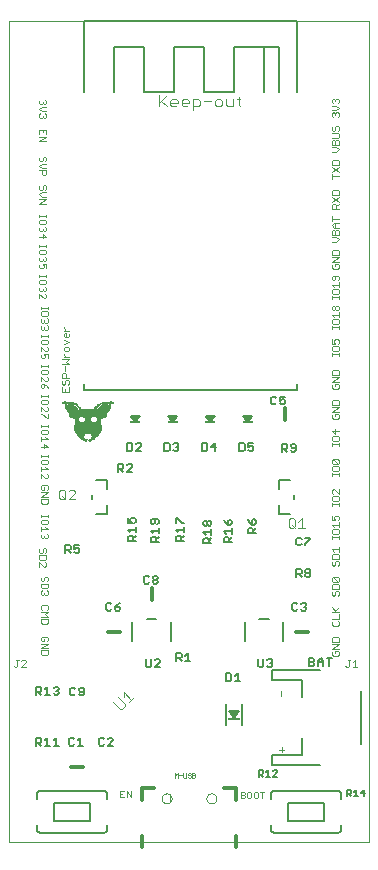
<source format=gto>
G75*
%MOIN*%
%OFA0B0*%
%FSLAX24Y24*%
%IPPOS*%
%LPD*%
%AMOC8*
5,1,8,0,0,1.08239X$1,22.5*
%
%ADD10C,0.0000*%
%ADD11C,0.0020*%
%ADD12C,0.0120*%
%ADD13C,0.0060*%
%ADD14C,0.0080*%
%ADD15R,0.0394X0.0079*%
%ADD16R,0.0350X0.0075*%
%ADD17C,0.0030*%
%ADD18C,0.0050*%
%ADD19C,0.0040*%
%ADD20R,0.0040X0.0010*%
%ADD21R,0.0100X0.0010*%
%ADD22R,0.0120X0.0010*%
%ADD23R,0.0180X0.0010*%
%ADD24R,0.0160X0.0010*%
%ADD25R,0.0200X0.0010*%
%ADD26R,0.0140X0.0010*%
%ADD27R,0.0220X0.0010*%
%ADD28R,0.0240X0.0010*%
%ADD29R,0.0260X0.0010*%
%ADD30R,0.0280X0.0010*%
%ADD31R,0.0320X0.0010*%
%ADD32R,0.0820X0.0010*%
%ADD33R,0.0840X0.0010*%
%ADD34R,0.0860X0.0010*%
%ADD35R,0.0880X0.0010*%
%ADD36R,0.0920X0.0010*%
%ADD37R,0.0900X0.0010*%
%ADD38R,0.0340X0.0010*%
%ADD39R,0.0300X0.0010*%
%ADD40R,0.0360X0.0010*%
%ADD41R,0.1240X0.0010*%
%ADD42R,0.1260X0.0010*%
%ADD43R,0.1280X0.0010*%
%ADD44R,0.1320X0.0010*%
%ADD45R,0.1340X0.0010*%
%ADD46R,0.1360X0.0010*%
%ADD47R,0.1400X0.0010*%
%ADD48R,0.0420X0.0010*%
%ADD49R,0.0500X0.0010*%
%ADD50R,0.0440X0.0010*%
%ADD51R,0.0400X0.0010*%
%ADD52R,0.0520X0.0010*%
%ADD53R,0.0080X0.0010*%
%ADD54R,0.0380X0.0010*%
%ADD55R,0.0060X0.0010*%
%ADD56R,0.0460X0.0010*%
%ADD57C,0.0010*%
D10*
X002071Y000400D02*
X002071Y027770D01*
X014063Y027770D01*
X014063Y000400D01*
X002071Y000400D01*
X007156Y001846D02*
X007158Y001871D01*
X007164Y001896D01*
X007173Y001920D01*
X007186Y001942D01*
X007203Y001962D01*
X007222Y001979D01*
X007243Y001993D01*
X007267Y002003D01*
X007291Y002010D01*
X007317Y002013D01*
X007342Y002012D01*
X007367Y002007D01*
X007391Y001998D01*
X007414Y001986D01*
X007434Y001971D01*
X007452Y001952D01*
X007467Y001931D01*
X007478Y001908D01*
X007486Y001884D01*
X007490Y001859D01*
X007490Y001833D01*
X007486Y001808D01*
X007478Y001784D01*
X007467Y001761D01*
X007452Y001740D01*
X007434Y001721D01*
X007414Y001706D01*
X007391Y001694D01*
X007367Y001685D01*
X007342Y001680D01*
X007317Y001679D01*
X007291Y001682D01*
X007267Y001689D01*
X007243Y001699D01*
X007222Y001713D01*
X007203Y001730D01*
X007186Y001750D01*
X007173Y001772D01*
X007164Y001796D01*
X007158Y001821D01*
X007156Y001846D01*
X007441Y001748D02*
X007441Y001984D01*
X008652Y001846D02*
X008654Y001871D01*
X008660Y001896D01*
X008669Y001920D01*
X008682Y001942D01*
X008699Y001962D01*
X008718Y001979D01*
X008739Y001993D01*
X008763Y002003D01*
X008787Y002010D01*
X008813Y002013D01*
X008838Y002012D01*
X008863Y002007D01*
X008887Y001998D01*
X008910Y001986D01*
X008930Y001971D01*
X008948Y001952D01*
X008963Y001931D01*
X008974Y001908D01*
X008982Y001884D01*
X008986Y001859D01*
X008986Y001833D01*
X008982Y001808D01*
X008974Y001784D01*
X008963Y001761D01*
X008948Y001740D01*
X008930Y001721D01*
X008910Y001706D01*
X008887Y001694D01*
X008863Y001685D01*
X008838Y001680D01*
X008813Y001679D01*
X008787Y001682D01*
X008763Y001689D01*
X008739Y001699D01*
X008718Y001713D01*
X008699Y001730D01*
X008682Y001750D01*
X008669Y001772D01*
X008660Y001796D01*
X008654Y001821D01*
X008652Y001846D01*
D11*
X009800Y001847D02*
X009905Y001847D01*
X009940Y001882D01*
X009940Y001917D01*
X009905Y001952D01*
X009800Y001952D01*
X009905Y001952D02*
X009940Y001988D01*
X009940Y002023D01*
X009905Y002058D01*
X009800Y002058D01*
X009800Y001847D01*
X010011Y001882D02*
X010046Y001847D01*
X010116Y001847D01*
X010151Y001882D01*
X010151Y002023D01*
X010116Y002058D01*
X010046Y002058D01*
X010011Y002023D01*
X010011Y001882D01*
X010223Y001882D02*
X010223Y002023D01*
X010258Y002058D01*
X010328Y002058D01*
X010363Y002023D01*
X010363Y001882D01*
X010328Y001847D01*
X010258Y001847D01*
X010223Y001882D01*
X010435Y002058D02*
X010575Y002058D01*
X010505Y002058D02*
X010505Y001847D01*
X011157Y003398D02*
X011157Y003552D01*
X011081Y003475D02*
X011234Y003475D01*
X011146Y005260D02*
X011146Y005413D01*
X012830Y006648D02*
X012869Y006610D01*
X013022Y006610D01*
X013061Y006648D01*
X013061Y006725D01*
X013022Y006763D01*
X012946Y006763D01*
X012946Y006687D01*
X012869Y006763D02*
X012830Y006725D01*
X012830Y006648D01*
X012830Y006840D02*
X013061Y006994D01*
X012830Y006994D01*
X012830Y007070D02*
X012830Y007185D01*
X012869Y007224D01*
X013022Y007224D01*
X013061Y007185D01*
X013061Y007070D01*
X012830Y007070D01*
X012830Y006840D02*
X013061Y006840D01*
X013022Y007610D02*
X012869Y007610D01*
X012830Y007648D01*
X012830Y007725D01*
X012869Y007763D01*
X012830Y007840D02*
X013061Y007840D01*
X013061Y007994D01*
X013061Y008070D02*
X012830Y008070D01*
X012946Y008109D02*
X013061Y008224D01*
X012984Y008070D02*
X012830Y008224D01*
X012869Y008610D02*
X012907Y008610D01*
X012946Y008648D01*
X012946Y008725D01*
X012984Y008763D01*
X013022Y008763D01*
X013061Y008725D01*
X013061Y008648D01*
X013022Y008610D01*
X012869Y008610D02*
X012830Y008648D01*
X012830Y008725D01*
X012869Y008763D01*
X012830Y008840D02*
X012830Y008955D01*
X012869Y008994D01*
X013022Y008994D01*
X013061Y008955D01*
X013061Y008840D01*
X012830Y008840D01*
X012869Y009070D02*
X012830Y009109D01*
X012830Y009185D01*
X012869Y009224D01*
X013022Y009070D01*
X013061Y009109D01*
X013061Y009185D01*
X013022Y009224D01*
X012869Y009224D01*
X012869Y009070D02*
X013022Y009070D01*
X013022Y009610D02*
X013061Y009648D01*
X013061Y009725D01*
X013022Y009763D01*
X012984Y009763D01*
X012946Y009725D01*
X012946Y009648D01*
X012907Y009610D01*
X012869Y009610D01*
X012830Y009648D01*
X012830Y009725D01*
X012869Y009763D01*
X012830Y009840D02*
X012830Y009955D01*
X012869Y009994D01*
X013022Y009994D01*
X013061Y009955D01*
X013061Y009840D01*
X012830Y009840D01*
X012907Y010070D02*
X012830Y010147D01*
X013061Y010147D01*
X013061Y010070D02*
X013061Y010224D01*
X013061Y010510D02*
X013061Y010587D01*
X013061Y010548D02*
X012830Y010548D01*
X012830Y010510D02*
X012830Y010587D01*
X012869Y010663D02*
X013022Y010663D01*
X013061Y010702D01*
X013061Y010779D01*
X013022Y010817D01*
X012869Y010817D01*
X012830Y010779D01*
X012830Y010702D01*
X012869Y010663D01*
X012907Y010894D02*
X012830Y010970D01*
X013061Y010970D01*
X013061Y010894D02*
X013061Y011047D01*
X013022Y011124D02*
X013061Y011162D01*
X013061Y011239D01*
X013022Y011277D01*
X012946Y011277D01*
X012907Y011239D01*
X012907Y011201D01*
X012946Y011124D01*
X012830Y011124D01*
X012830Y011277D01*
X012830Y011610D02*
X012830Y011687D01*
X012830Y011648D02*
X013061Y011648D01*
X013061Y011610D02*
X013061Y011687D01*
X013022Y011763D02*
X012869Y011763D01*
X012830Y011802D01*
X012830Y011879D01*
X012869Y011917D01*
X013022Y011917D01*
X013061Y011879D01*
X013061Y011802D01*
X013022Y011763D01*
X013061Y011994D02*
X012907Y012147D01*
X012869Y012147D01*
X012830Y012109D01*
X012830Y012032D01*
X012869Y011994D01*
X013061Y011994D02*
X013061Y012147D01*
X013061Y012610D02*
X013061Y012687D01*
X013061Y012648D02*
X012830Y012648D01*
X012830Y012610D02*
X012830Y012687D01*
X012869Y012763D02*
X013022Y012763D01*
X013061Y012802D01*
X013061Y012879D01*
X013022Y012917D01*
X012869Y012917D01*
X012830Y012879D01*
X012830Y012802D01*
X012869Y012763D01*
X012869Y012994D02*
X012830Y013032D01*
X012830Y013109D01*
X012869Y013147D01*
X013022Y012994D01*
X013061Y013032D01*
X013061Y013109D01*
X013022Y013147D01*
X012869Y013147D01*
X012869Y012994D02*
X013022Y012994D01*
X013061Y013610D02*
X013061Y013687D01*
X013061Y013648D02*
X012830Y013648D01*
X012830Y013610D02*
X012830Y013687D01*
X012869Y013763D02*
X013022Y013763D01*
X013061Y013802D01*
X013061Y013879D01*
X013022Y013917D01*
X012869Y013917D01*
X012830Y013879D01*
X012830Y013802D01*
X012869Y013763D01*
X012946Y013994D02*
X012830Y014109D01*
X013061Y014109D01*
X012946Y014147D02*
X012946Y013994D01*
X012869Y014510D02*
X013022Y014510D01*
X013061Y014548D01*
X013061Y014625D01*
X013022Y014663D01*
X012946Y014663D01*
X012946Y014587D01*
X012869Y014663D02*
X012830Y014625D01*
X012830Y014548D01*
X012869Y014510D01*
X012830Y014740D02*
X013061Y014894D01*
X012830Y014894D01*
X012830Y014970D02*
X012830Y015085D01*
X012869Y015124D01*
X013022Y015124D01*
X013061Y015085D01*
X013061Y014970D01*
X012830Y014970D01*
X012830Y014740D02*
X013061Y014740D01*
X013022Y015510D02*
X012869Y015510D01*
X012830Y015548D01*
X012830Y015625D01*
X012869Y015663D01*
X012946Y015663D02*
X012946Y015587D01*
X012946Y015663D02*
X013022Y015663D01*
X013061Y015625D01*
X013061Y015548D01*
X013022Y015510D01*
X013061Y015740D02*
X012830Y015740D01*
X013061Y015894D01*
X012830Y015894D01*
X012830Y015970D02*
X012830Y016085D01*
X012869Y016124D01*
X013022Y016124D01*
X013061Y016085D01*
X013061Y015970D01*
X012830Y015970D01*
X012830Y016610D02*
X012830Y016687D01*
X012830Y016648D02*
X013061Y016648D01*
X013061Y016610D02*
X013061Y016687D01*
X013022Y016763D02*
X012869Y016763D01*
X012830Y016802D01*
X012830Y016879D01*
X012869Y016917D01*
X013022Y016917D01*
X013061Y016879D01*
X013061Y016802D01*
X013022Y016763D01*
X013022Y016994D02*
X013061Y017032D01*
X013061Y017109D01*
X013022Y017147D01*
X012946Y017147D01*
X012907Y017109D01*
X012907Y017070D01*
X012946Y016994D01*
X012830Y016994D01*
X012830Y017147D01*
X012830Y017510D02*
X012830Y017587D01*
X012830Y017548D02*
X013061Y017548D01*
X013061Y017510D02*
X013061Y017587D01*
X013022Y017663D02*
X013061Y017702D01*
X013061Y017779D01*
X013022Y017817D01*
X012869Y017817D01*
X012830Y017779D01*
X012830Y017702D01*
X012869Y017663D01*
X013022Y017663D01*
X013061Y017894D02*
X013061Y018047D01*
X013061Y017970D02*
X012830Y017970D01*
X012907Y017894D01*
X012907Y018124D02*
X012869Y018124D01*
X012830Y018162D01*
X012830Y018239D01*
X012869Y018277D01*
X012907Y018277D01*
X012946Y018239D01*
X012946Y018162D01*
X012907Y018124D01*
X012946Y018162D02*
X012984Y018124D01*
X013022Y018124D01*
X013061Y018162D01*
X013061Y018239D01*
X013022Y018277D01*
X012984Y018277D01*
X012946Y018239D01*
X013061Y018510D02*
X013061Y018587D01*
X013061Y018548D02*
X012830Y018548D01*
X012830Y018510D02*
X012830Y018587D01*
X012869Y018663D02*
X013022Y018663D01*
X013061Y018702D01*
X013061Y018779D01*
X013022Y018817D01*
X012869Y018817D01*
X012830Y018779D01*
X012830Y018702D01*
X012869Y018663D01*
X012907Y018894D02*
X012830Y018970D01*
X013061Y018970D01*
X013061Y018894D02*
X013061Y019047D01*
X013022Y019124D02*
X013061Y019162D01*
X013061Y019239D01*
X013022Y019277D01*
X012869Y019277D01*
X012830Y019239D01*
X012830Y019162D01*
X012869Y019124D01*
X012907Y019124D01*
X012946Y019162D01*
X012946Y019277D01*
X013022Y019510D02*
X013061Y019548D01*
X013061Y019625D01*
X013022Y019663D01*
X012946Y019663D01*
X012946Y019587D01*
X012869Y019510D02*
X013022Y019510D01*
X012869Y019510D02*
X012830Y019548D01*
X012830Y019625D01*
X012869Y019663D01*
X012830Y019740D02*
X013061Y019894D01*
X012830Y019894D01*
X012830Y019970D02*
X012830Y020085D01*
X012869Y020124D01*
X013022Y020124D01*
X013061Y020085D01*
X013061Y019970D01*
X012830Y019970D01*
X012830Y019740D02*
X013061Y019740D01*
X012984Y020410D02*
X012830Y020410D01*
X012830Y020563D02*
X012984Y020563D01*
X013061Y020487D01*
X012984Y020410D01*
X012946Y020640D02*
X012946Y020755D01*
X012984Y020794D01*
X013022Y020794D01*
X013061Y020755D01*
X013061Y020640D01*
X012830Y020640D01*
X012830Y020755D01*
X012869Y020794D01*
X012907Y020794D01*
X012946Y020755D01*
X012946Y020870D02*
X012946Y021024D01*
X012907Y021024D02*
X013061Y021024D01*
X013061Y021177D02*
X012830Y021177D01*
X012830Y021101D02*
X012830Y021254D01*
X012907Y021024D02*
X012830Y020947D01*
X012907Y020870D01*
X013061Y020870D01*
X013061Y021510D02*
X012830Y021510D01*
X012830Y021625D01*
X012869Y021663D01*
X012946Y021663D01*
X012984Y021625D01*
X012984Y021510D01*
X012984Y021587D02*
X013061Y021663D01*
X013061Y021740D02*
X012830Y021894D01*
X012830Y021970D02*
X012830Y022085D01*
X012869Y022124D01*
X013022Y022124D01*
X013061Y022085D01*
X013061Y021970D01*
X012830Y021970D01*
X012830Y021740D02*
X013061Y021894D01*
X012830Y022510D02*
X012830Y022663D01*
X012830Y022587D02*
X013061Y022587D01*
X013061Y022740D02*
X012830Y022894D01*
X012830Y022970D02*
X012830Y023085D01*
X012869Y023124D01*
X013022Y023124D01*
X013061Y023085D01*
X013061Y022970D01*
X012830Y022970D01*
X012830Y022740D02*
X013061Y022894D01*
X012984Y023410D02*
X012830Y023410D01*
X012830Y023563D02*
X012984Y023563D01*
X013061Y023487D01*
X012984Y023410D01*
X012946Y023640D02*
X012946Y023755D01*
X012984Y023794D01*
X013022Y023794D01*
X013061Y023755D01*
X013061Y023640D01*
X012830Y023640D01*
X012830Y023755D01*
X012869Y023794D01*
X012907Y023794D01*
X012946Y023755D01*
X013022Y023870D02*
X013061Y023909D01*
X013061Y023985D01*
X013022Y024024D01*
X012830Y024024D01*
X012869Y024101D02*
X012907Y024101D01*
X012946Y024139D01*
X012946Y024216D01*
X012984Y024254D01*
X013022Y024254D01*
X013061Y024216D01*
X013061Y024139D01*
X013022Y024101D01*
X012869Y024101D02*
X012830Y024139D01*
X012830Y024216D01*
X012869Y024254D01*
X012830Y023870D02*
X013022Y023870D01*
X013022Y024560D02*
X013061Y024598D01*
X013061Y024675D01*
X013022Y024713D01*
X012984Y024713D01*
X012946Y024675D01*
X012946Y024637D01*
X012946Y024675D02*
X012907Y024713D01*
X012869Y024713D01*
X012830Y024675D01*
X012830Y024598D01*
X012869Y024560D01*
X012830Y024790D02*
X012984Y024790D01*
X013061Y024867D01*
X012984Y024944D01*
X012830Y024944D01*
X012869Y025020D02*
X012830Y025059D01*
X012830Y025135D01*
X012869Y025174D01*
X012907Y025174D01*
X012946Y025135D01*
X012984Y025174D01*
X013022Y025174D01*
X013061Y025135D01*
X013061Y025059D01*
X013022Y025020D01*
X012946Y025097D02*
X012946Y025135D01*
X004061Y017443D02*
X003907Y017443D01*
X003984Y017443D02*
X003907Y017520D01*
X003907Y017558D01*
X003946Y017367D02*
X003984Y017367D01*
X003984Y017213D01*
X004022Y017213D02*
X003946Y017213D01*
X003907Y017252D01*
X003907Y017328D01*
X003946Y017367D01*
X004061Y017328D02*
X004061Y017252D01*
X004022Y017213D01*
X003907Y017136D02*
X004061Y017060D01*
X003907Y016983D01*
X003946Y016906D02*
X003907Y016868D01*
X003907Y016791D01*
X003946Y016753D01*
X004022Y016753D01*
X004061Y016791D01*
X004061Y016868D01*
X004022Y016906D01*
X003946Y016906D01*
X003907Y016676D02*
X003907Y016638D01*
X003984Y016561D01*
X004061Y016561D02*
X003907Y016561D01*
X003830Y016484D02*
X004061Y016484D01*
X003984Y016408D01*
X004061Y016331D01*
X003830Y016331D01*
X003946Y016254D02*
X003946Y016101D01*
X003946Y016024D02*
X003984Y015985D01*
X003984Y015870D01*
X003984Y015794D02*
X004022Y015794D01*
X004061Y015755D01*
X004061Y015679D01*
X004022Y015640D01*
X003946Y015679D02*
X003946Y015755D01*
X003984Y015794D01*
X004061Y015870D02*
X003830Y015870D01*
X003830Y015985D01*
X003869Y016024D01*
X003946Y016024D01*
X003869Y015794D02*
X003830Y015755D01*
X003830Y015679D01*
X003869Y015640D01*
X003907Y015640D01*
X003946Y015679D01*
X004061Y015563D02*
X004061Y015410D01*
X003830Y015410D01*
X003830Y015563D01*
X003946Y015487D02*
X003946Y015410D01*
X003361Y015523D02*
X003322Y015599D01*
X003246Y015676D01*
X003246Y015561D01*
X003207Y015523D01*
X003169Y015523D01*
X003131Y015561D01*
X003131Y015638D01*
X003169Y015676D01*
X003246Y015676D01*
X003284Y015753D02*
X003322Y015753D01*
X003361Y015791D01*
X003361Y015868D01*
X003322Y015906D01*
X003322Y015983D02*
X003361Y016021D01*
X003361Y016098D01*
X003322Y016137D01*
X003169Y016137D01*
X003131Y016098D01*
X003131Y016021D01*
X003169Y015983D01*
X003322Y015983D01*
X003131Y015906D02*
X003131Y015753D01*
X003131Y015906D02*
X003284Y015753D01*
X003361Y016213D02*
X003361Y016290D01*
X003361Y016252D02*
X003131Y016252D01*
X003131Y016290D02*
X003131Y016213D01*
X003169Y016523D02*
X003131Y016561D01*
X003131Y016638D01*
X003169Y016676D01*
X003246Y016676D02*
X003284Y016599D01*
X003284Y016561D01*
X003246Y016523D01*
X003169Y016523D01*
X003246Y016676D02*
X003361Y016676D01*
X003361Y016523D01*
X003322Y016753D02*
X003361Y016791D01*
X003361Y016868D01*
X003322Y016906D01*
X003322Y016983D02*
X003361Y017021D01*
X003361Y017098D01*
X003322Y017137D01*
X003169Y017137D01*
X003131Y017098D01*
X003131Y017021D01*
X003169Y016983D01*
X003322Y016983D01*
X003131Y016906D02*
X003284Y016753D01*
X003322Y016753D01*
X003131Y016753D02*
X003131Y016906D01*
X003131Y017213D02*
X003131Y017290D01*
X003131Y017252D02*
X003361Y017252D01*
X003361Y017290D02*
X003361Y017213D01*
X003322Y017473D02*
X003284Y017473D01*
X003246Y017511D01*
X003207Y017473D01*
X003169Y017473D01*
X003131Y017511D01*
X003131Y017588D01*
X003169Y017626D01*
X003169Y017703D02*
X003131Y017741D01*
X003131Y017818D01*
X003169Y017856D01*
X003169Y017933D02*
X003322Y017933D01*
X003361Y017971D01*
X003361Y018048D01*
X003322Y018087D01*
X003169Y018087D01*
X003131Y018048D01*
X003131Y017971D01*
X003169Y017933D01*
X003246Y017780D02*
X003246Y017741D01*
X003207Y017703D01*
X003169Y017703D01*
X003246Y017741D02*
X003284Y017703D01*
X003322Y017703D01*
X003361Y017741D01*
X003361Y017818D01*
X003322Y017856D01*
X003322Y017626D02*
X003361Y017588D01*
X003361Y017511D01*
X003322Y017473D01*
X003246Y017511D02*
X003246Y017549D01*
X003361Y018163D02*
X003361Y018240D01*
X003361Y018202D02*
X003131Y018202D01*
X003131Y018240D02*
X003131Y018163D01*
X003081Y018523D02*
X003081Y018676D01*
X003234Y018523D01*
X003272Y018523D01*
X003311Y018561D01*
X003311Y018638D01*
X003272Y018676D01*
X003272Y018753D02*
X003234Y018753D01*
X003196Y018791D01*
X003157Y018753D01*
X003119Y018753D01*
X003081Y018791D01*
X003081Y018868D01*
X003119Y018906D01*
X003119Y018983D02*
X003272Y018983D01*
X003311Y019021D01*
X003311Y019098D01*
X003272Y019137D01*
X003119Y019137D01*
X003081Y019098D01*
X003081Y019021D01*
X003119Y018983D01*
X003196Y018830D02*
X003196Y018791D01*
X003272Y018753D02*
X003311Y018791D01*
X003311Y018868D01*
X003272Y018906D01*
X003311Y019213D02*
X003311Y019290D01*
X003311Y019252D02*
X003081Y019252D01*
X003081Y019290D02*
X003081Y019213D01*
X003119Y019523D02*
X003081Y019561D01*
X003081Y019638D01*
X003119Y019676D01*
X003196Y019676D02*
X003234Y019599D01*
X003234Y019561D01*
X003196Y019523D01*
X003119Y019523D01*
X003196Y019676D02*
X003311Y019676D01*
X003311Y019523D01*
X003272Y019753D02*
X003234Y019753D01*
X003196Y019791D01*
X003157Y019753D01*
X003119Y019753D01*
X003081Y019791D01*
X003081Y019868D01*
X003119Y019906D01*
X003119Y019983D02*
X003272Y019983D01*
X003311Y020021D01*
X003311Y020098D01*
X003272Y020137D01*
X003119Y020137D01*
X003081Y020098D01*
X003081Y020021D01*
X003119Y019983D01*
X003196Y019830D02*
X003196Y019791D01*
X003272Y019753D02*
X003311Y019791D01*
X003311Y019868D01*
X003272Y019906D01*
X003311Y020213D02*
X003311Y020290D01*
X003311Y020252D02*
X003081Y020252D01*
X003081Y020290D02*
X003081Y020213D01*
X003196Y020523D02*
X003196Y020676D01*
X003311Y020561D01*
X003081Y020561D01*
X003119Y020753D02*
X003081Y020791D01*
X003081Y020868D01*
X003119Y020906D01*
X003119Y020983D02*
X003272Y020983D01*
X003311Y021021D01*
X003311Y021098D01*
X003272Y021137D01*
X003119Y021137D01*
X003081Y021098D01*
X003081Y021021D01*
X003119Y020983D01*
X003196Y020830D02*
X003196Y020791D01*
X003157Y020753D01*
X003119Y020753D01*
X003196Y020791D02*
X003234Y020753D01*
X003272Y020753D01*
X003311Y020791D01*
X003311Y020868D01*
X003272Y020906D01*
X003311Y021213D02*
X003311Y021290D01*
X003311Y021252D02*
X003081Y021252D01*
X003081Y021290D02*
X003081Y021213D01*
X003081Y021676D02*
X003311Y021676D01*
X003311Y021830D02*
X003081Y021830D01*
X003157Y021906D02*
X003311Y021906D01*
X003311Y021830D02*
X003081Y021676D01*
X003157Y021906D02*
X003081Y021983D01*
X003157Y022060D01*
X003311Y022060D01*
X003272Y022137D02*
X003311Y022175D01*
X003311Y022252D01*
X003272Y022290D01*
X003234Y022290D01*
X003196Y022252D01*
X003196Y022175D01*
X003157Y022137D01*
X003119Y022137D01*
X003081Y022175D01*
X003081Y022252D01*
X003119Y022290D01*
X003196Y022626D02*
X003157Y022665D01*
X003157Y022780D01*
X003157Y022856D02*
X003311Y022856D01*
X003311Y022780D02*
X003311Y022665D01*
X003272Y022626D01*
X003196Y022626D01*
X003081Y022780D02*
X003311Y022780D01*
X003157Y022856D02*
X003081Y022933D01*
X003157Y023010D01*
X003311Y023010D01*
X003272Y023087D02*
X003311Y023125D01*
X003311Y023202D01*
X003272Y023240D01*
X003234Y023240D01*
X003196Y023202D01*
X003196Y023125D01*
X003157Y023087D01*
X003119Y023087D01*
X003081Y023125D01*
X003081Y023202D01*
X003119Y023240D01*
X003081Y023756D02*
X003311Y023756D01*
X003311Y023910D02*
X003081Y023756D01*
X003081Y023910D02*
X003311Y023910D01*
X003311Y023987D02*
X003311Y024140D01*
X003081Y024140D01*
X003081Y023987D01*
X003196Y024063D02*
X003196Y024140D01*
X003234Y024526D02*
X003196Y024565D01*
X003157Y024526D01*
X003119Y024526D01*
X003081Y024565D01*
X003081Y024641D01*
X003119Y024680D01*
X003157Y024756D02*
X003311Y024756D01*
X003272Y024680D02*
X003311Y024641D01*
X003311Y024565D01*
X003272Y024526D01*
X003234Y024526D01*
X003196Y024565D02*
X003196Y024603D01*
X003157Y024756D02*
X003081Y024833D01*
X003157Y024910D01*
X003311Y024910D01*
X003272Y024987D02*
X003234Y024987D01*
X003196Y025025D01*
X003157Y024987D01*
X003119Y024987D01*
X003081Y025025D01*
X003081Y025102D01*
X003119Y025140D01*
X003196Y025063D02*
X003196Y025025D01*
X003272Y024987D02*
X003311Y025025D01*
X003311Y025102D01*
X003272Y025140D01*
X003361Y015290D02*
X003361Y015213D01*
X003361Y015252D02*
X003131Y015252D01*
X003131Y015290D02*
X003131Y015213D01*
X003169Y015137D02*
X003131Y015098D01*
X003131Y015021D01*
X003169Y014983D01*
X003322Y014983D01*
X003361Y015021D01*
X003361Y015098D01*
X003322Y015137D01*
X003169Y015137D01*
X003131Y014906D02*
X003284Y014753D01*
X003322Y014753D01*
X003361Y014791D01*
X003361Y014868D01*
X003322Y014906D01*
X003131Y014906D02*
X003131Y014753D01*
X003131Y014676D02*
X003169Y014676D01*
X003322Y014523D01*
X003361Y014523D01*
X003361Y014676D01*
X003361Y014290D02*
X003361Y014213D01*
X003361Y014252D02*
X003131Y014252D01*
X003131Y014290D02*
X003131Y014213D01*
X003169Y014137D02*
X003131Y014098D01*
X003131Y014021D01*
X003169Y013983D01*
X003322Y013983D01*
X003361Y014021D01*
X003361Y014098D01*
X003322Y014137D01*
X003169Y014137D01*
X003131Y013906D02*
X003131Y013753D01*
X003131Y013830D02*
X003361Y013830D01*
X003284Y013906D01*
X003246Y013676D02*
X003246Y013523D01*
X003361Y013561D02*
X003246Y013676D01*
X003131Y013561D02*
X003361Y013561D01*
X003361Y013290D02*
X003361Y013213D01*
X003361Y013252D02*
X003131Y013252D01*
X003131Y013290D02*
X003131Y013213D01*
X003169Y013137D02*
X003131Y013098D01*
X003131Y013021D01*
X003169Y012983D01*
X003322Y012983D01*
X003361Y013021D01*
X003361Y013098D01*
X003322Y013137D01*
X003169Y013137D01*
X003131Y012906D02*
X003131Y012753D01*
X003131Y012830D02*
X003361Y012830D01*
X003284Y012906D01*
X003322Y012676D02*
X003361Y012638D01*
X003361Y012561D01*
X003322Y012523D01*
X003284Y012523D01*
X003131Y012676D01*
X003131Y012523D01*
X003169Y012290D02*
X003131Y012252D01*
X003131Y012175D01*
X003169Y012137D01*
X003246Y012137D01*
X003246Y012213D01*
X003322Y012137D02*
X003361Y012175D01*
X003361Y012252D01*
X003322Y012290D01*
X003169Y012290D01*
X003131Y012060D02*
X003361Y012060D01*
X003131Y011906D01*
X003361Y011906D01*
X003361Y011830D02*
X003361Y011715D01*
X003322Y011676D01*
X003169Y011676D01*
X003131Y011715D01*
X003131Y011830D01*
X003361Y011830D01*
X003361Y011290D02*
X003361Y011213D01*
X003361Y011252D02*
X003131Y011252D01*
X003131Y011290D02*
X003131Y011213D01*
X003169Y011137D02*
X003131Y011098D01*
X003131Y011021D01*
X003169Y010983D01*
X003322Y010983D01*
X003361Y011021D01*
X003361Y011098D01*
X003322Y011137D01*
X003169Y011137D01*
X003131Y010906D02*
X003131Y010753D01*
X003131Y010830D02*
X003361Y010830D01*
X003284Y010906D01*
X003322Y010676D02*
X003361Y010638D01*
X003361Y010561D01*
X003322Y010523D01*
X003284Y010523D01*
X003246Y010561D01*
X003207Y010523D01*
X003169Y010523D01*
X003131Y010561D01*
X003131Y010638D01*
X003169Y010676D01*
X003246Y010599D02*
X003246Y010561D01*
X003234Y010190D02*
X003196Y010152D01*
X003196Y010075D01*
X003157Y010037D01*
X003119Y010037D01*
X003081Y010075D01*
X003081Y010152D01*
X003119Y010190D01*
X003234Y010190D02*
X003272Y010190D01*
X003311Y010152D01*
X003311Y010075D01*
X003272Y010037D01*
X003311Y009960D02*
X003311Y009845D01*
X003272Y009806D01*
X003119Y009806D01*
X003081Y009845D01*
X003081Y009960D01*
X003311Y009960D01*
X003272Y009730D02*
X003311Y009691D01*
X003311Y009615D01*
X003272Y009576D01*
X003234Y009576D01*
X003081Y009730D01*
X003081Y009576D01*
X003169Y009240D02*
X003131Y009202D01*
X003131Y009125D01*
X003169Y009087D01*
X003207Y009087D01*
X003246Y009125D01*
X003246Y009202D01*
X003284Y009240D01*
X003322Y009240D01*
X003361Y009202D01*
X003361Y009125D01*
X003322Y009087D01*
X003361Y009010D02*
X003361Y008895D01*
X003322Y008856D01*
X003169Y008856D01*
X003131Y008895D01*
X003131Y009010D01*
X003361Y009010D01*
X003322Y008780D02*
X003361Y008741D01*
X003361Y008665D01*
X003322Y008626D01*
X003284Y008626D01*
X003246Y008665D01*
X003207Y008626D01*
X003169Y008626D01*
X003131Y008665D01*
X003131Y008741D01*
X003169Y008780D01*
X003246Y008703D02*
X003246Y008665D01*
X003322Y008290D02*
X003169Y008290D01*
X003131Y008252D01*
X003131Y008175D01*
X003169Y008137D01*
X003131Y008060D02*
X003361Y008060D01*
X003284Y007983D01*
X003361Y007906D01*
X003131Y007906D01*
X003131Y007830D02*
X003131Y007715D01*
X003169Y007676D01*
X003322Y007676D01*
X003361Y007715D01*
X003361Y007830D01*
X003131Y007830D01*
X003322Y008137D02*
X003361Y008175D01*
X003361Y008252D01*
X003322Y008290D01*
X003322Y007240D02*
X003169Y007240D01*
X003131Y007202D01*
X003131Y007125D01*
X003169Y007087D01*
X003246Y007087D01*
X003246Y007163D01*
X003322Y007087D02*
X003361Y007125D01*
X003361Y007202D01*
X003322Y007240D01*
X003361Y007010D02*
X003131Y006856D01*
X003361Y006856D01*
X003361Y006780D02*
X003361Y006665D01*
X003322Y006626D01*
X003169Y006626D01*
X003131Y006665D01*
X003131Y006780D01*
X003361Y006780D01*
X003361Y007010D02*
X003131Y007010D01*
X005770Y002103D02*
X005770Y001883D01*
X005917Y001883D01*
X005991Y001883D02*
X005991Y002103D01*
X006138Y001883D01*
X006138Y002103D01*
X005917Y002103D02*
X005770Y002103D01*
X005770Y001993D02*
X005843Y001993D01*
X013022Y007610D02*
X013061Y007648D01*
X013061Y007725D01*
X013022Y007763D01*
D12*
X012021Y007400D02*
X011621Y007400D01*
X009645Y002181D02*
X009252Y002181D01*
X009645Y002181D02*
X009645Y001787D01*
X009645Y000606D02*
X009645Y000213D01*
X006890Y002181D02*
X006496Y002181D01*
X006499Y002174D02*
X006499Y001787D01*
X006496Y001787D01*
X006496Y000606D02*
X006496Y000213D01*
X004521Y002900D02*
X004121Y002900D01*
X005371Y007400D02*
X005771Y007400D01*
X006821Y008450D02*
X006821Y008850D01*
X011271Y014450D02*
X011271Y014850D01*
D13*
X011225Y014980D02*
X011139Y014980D01*
X011095Y015023D01*
X011095Y015110D02*
X011182Y015153D01*
X011225Y015153D01*
X011269Y015110D01*
X011269Y015023D01*
X011225Y014980D01*
X011095Y015110D02*
X011095Y015240D01*
X011269Y015240D01*
X010974Y015197D02*
X010931Y015240D01*
X010844Y015240D01*
X010801Y015197D01*
X010801Y015023D01*
X010844Y014980D01*
X010931Y014980D01*
X010974Y015023D01*
X010171Y014600D02*
X009871Y014600D01*
X010021Y014400D01*
X010171Y014600D01*
X010138Y014557D02*
X009903Y014557D01*
X009947Y014499D02*
X010095Y014499D01*
X010051Y014440D02*
X009991Y014440D01*
X010045Y013690D02*
X010045Y013560D01*
X010132Y013603D01*
X010175Y013603D01*
X010219Y013560D01*
X010219Y013473D01*
X010175Y013430D01*
X010089Y013430D01*
X010045Y013473D01*
X009924Y013473D02*
X009924Y013647D01*
X009881Y013690D01*
X009751Y013690D01*
X009751Y013430D01*
X009881Y013430D01*
X009924Y013473D01*
X010045Y013690D02*
X010219Y013690D01*
X011161Y013670D02*
X011161Y013410D01*
X011161Y013497D02*
X011291Y013497D01*
X011335Y013540D01*
X011335Y013627D01*
X011291Y013670D01*
X011161Y013670D01*
X011248Y013497D02*
X011335Y013410D01*
X011456Y013453D02*
X011499Y013410D01*
X011586Y013410D01*
X011629Y013453D01*
X011629Y013627D01*
X011586Y013670D01*
X011499Y013670D01*
X011456Y013627D01*
X011456Y013583D01*
X011499Y013540D01*
X011629Y013540D01*
X010247Y011148D02*
X010204Y011148D01*
X010160Y011105D01*
X010160Y010975D01*
X010247Y010975D01*
X010291Y011018D01*
X010291Y011105D01*
X010247Y011148D01*
X010074Y011061D02*
X010160Y010975D01*
X010160Y010853D02*
X010204Y010810D01*
X010204Y010680D01*
X010291Y010680D02*
X010030Y010680D01*
X010030Y010810D01*
X010074Y010853D01*
X010160Y010853D01*
X010204Y010767D02*
X010291Y010853D01*
X010074Y011061D02*
X010030Y011148D01*
X009491Y011099D02*
X009447Y011143D01*
X009404Y011143D01*
X009360Y011099D01*
X009360Y010969D01*
X009447Y010969D01*
X009491Y011013D01*
X009491Y011099D01*
X009360Y010969D02*
X009274Y011056D01*
X009230Y011143D01*
X009230Y010761D02*
X009491Y010761D01*
X009491Y010675D02*
X009491Y010848D01*
X009317Y010675D02*
X009230Y010761D01*
X009274Y010553D02*
X009360Y010553D01*
X009404Y010510D01*
X009404Y010380D01*
X009491Y010380D02*
X009230Y010380D01*
X009230Y010510D01*
X009274Y010553D01*
X009404Y010467D02*
X009491Y010553D01*
X008811Y010520D02*
X008724Y010433D01*
X008724Y010476D02*
X008724Y010346D01*
X008811Y010346D02*
X008550Y010346D01*
X008550Y010476D01*
X008594Y010520D01*
X008680Y010520D01*
X008724Y010476D01*
X008811Y010641D02*
X008811Y010814D01*
X008811Y010727D02*
X008550Y010727D01*
X008637Y010641D01*
X008637Y010935D02*
X008594Y010935D01*
X008550Y010979D01*
X008550Y011065D01*
X008594Y011109D01*
X008637Y011109D01*
X008680Y011065D01*
X008680Y010979D01*
X008637Y010935D01*
X008680Y010979D02*
X008724Y010935D01*
X008767Y010935D01*
X008811Y010979D01*
X008811Y011065D01*
X008767Y011109D01*
X008724Y011109D01*
X008680Y011065D01*
X007891Y011019D02*
X007847Y011019D01*
X007674Y011193D01*
X007630Y011193D01*
X007630Y011019D01*
X007630Y010811D02*
X007891Y010811D01*
X007891Y010725D02*
X007891Y010898D01*
X007717Y010725D02*
X007630Y010811D01*
X007674Y010603D02*
X007760Y010603D01*
X007804Y010560D01*
X007804Y010430D01*
X007891Y010430D02*
X007630Y010430D01*
X007630Y010560D01*
X007674Y010603D01*
X007804Y010517D02*
X007891Y010603D01*
X007061Y010570D02*
X006974Y010483D01*
X006974Y010526D02*
X006974Y010396D01*
X007061Y010396D02*
X006800Y010396D01*
X006800Y010526D01*
X006844Y010570D01*
X006930Y010570D01*
X006974Y010526D01*
X007061Y010691D02*
X007061Y010864D01*
X007061Y010777D02*
X006800Y010777D01*
X006887Y010691D01*
X006887Y010985D02*
X006930Y011029D01*
X006930Y011159D01*
X006844Y011159D02*
X006800Y011115D01*
X006800Y011029D01*
X006844Y010985D01*
X006887Y010985D01*
X007017Y010985D02*
X007061Y011029D01*
X007061Y011115D01*
X007017Y011159D01*
X006844Y011159D01*
X006291Y011149D02*
X006291Y011063D01*
X006247Y011019D01*
X006160Y011019D02*
X006117Y011106D01*
X006117Y011149D01*
X006160Y011193D01*
X006247Y011193D01*
X006291Y011149D01*
X006160Y011019D02*
X006030Y011019D01*
X006030Y011193D01*
X006291Y010898D02*
X006291Y010725D01*
X006291Y010811D02*
X006030Y010811D01*
X006117Y010725D01*
X006074Y010603D02*
X006160Y010603D01*
X006204Y010560D01*
X006204Y010430D01*
X006291Y010430D02*
X006030Y010430D01*
X006030Y010560D01*
X006074Y010603D01*
X006204Y010517D02*
X006291Y010603D01*
X006605Y009270D02*
X006561Y009227D01*
X006561Y009053D01*
X006605Y009010D01*
X006691Y009010D01*
X006735Y009053D01*
X006856Y009053D02*
X006856Y009097D01*
X006899Y009140D01*
X006986Y009140D01*
X007029Y009097D01*
X007029Y009053D01*
X006986Y009010D01*
X006899Y009010D01*
X006856Y009053D01*
X006899Y009140D02*
X006856Y009183D01*
X006856Y009227D01*
X006899Y009270D01*
X006986Y009270D01*
X007029Y009227D01*
X007029Y009183D01*
X006986Y009140D01*
X006735Y009227D02*
X006691Y009270D01*
X006605Y009270D01*
X005779Y008370D02*
X005693Y008327D01*
X005606Y008240D01*
X005736Y008240D01*
X005779Y008197D01*
X005779Y008153D01*
X005736Y008110D01*
X005649Y008110D01*
X005606Y008153D01*
X005606Y008240D01*
X005485Y008153D02*
X005441Y008110D01*
X005355Y008110D01*
X005311Y008153D01*
X005311Y008327D01*
X005355Y008370D01*
X005441Y008370D01*
X005485Y008327D01*
X004375Y010030D02*
X004289Y010030D01*
X004245Y010073D01*
X004245Y010160D02*
X004332Y010203D01*
X004375Y010203D01*
X004419Y010160D01*
X004419Y010073D01*
X004375Y010030D01*
X004245Y010160D02*
X004245Y010290D01*
X004419Y010290D01*
X004124Y010247D02*
X004124Y010160D01*
X004081Y010117D01*
X003951Y010117D01*
X004037Y010117D02*
X004124Y010030D01*
X003951Y010030D02*
X003951Y010290D01*
X004081Y010290D01*
X004124Y010247D01*
X005701Y012730D02*
X005701Y012990D01*
X005831Y012990D01*
X005874Y012947D01*
X005874Y012860D01*
X005831Y012817D01*
X005701Y012817D01*
X005787Y012817D02*
X005874Y012730D01*
X005995Y012730D02*
X006169Y012903D01*
X006169Y012947D01*
X006125Y012990D01*
X006039Y012990D01*
X005995Y012947D01*
X005995Y012730D02*
X006169Y012730D01*
X006131Y013430D02*
X006174Y013473D01*
X006174Y013647D01*
X006131Y013690D01*
X006001Y013690D01*
X006001Y013430D01*
X006131Y013430D01*
X006295Y013430D02*
X006469Y013603D01*
X006469Y013647D01*
X006425Y013690D01*
X006339Y013690D01*
X006295Y013647D01*
X006295Y013430D02*
X006469Y013430D01*
X006271Y014400D02*
X006121Y014600D01*
X006421Y014600D01*
X006271Y014400D01*
X006241Y014440D02*
X006301Y014440D01*
X006345Y014499D02*
X006197Y014499D01*
X006153Y014557D02*
X006388Y014557D01*
X007251Y013690D02*
X007251Y013430D01*
X007381Y013430D01*
X007424Y013473D01*
X007424Y013647D01*
X007381Y013690D01*
X007251Y013690D01*
X007545Y013647D02*
X007589Y013690D01*
X007675Y013690D01*
X007719Y013647D01*
X007719Y013603D01*
X007675Y013560D01*
X007719Y013517D01*
X007719Y013473D01*
X007675Y013430D01*
X007589Y013430D01*
X007545Y013473D01*
X007632Y013560D02*
X007675Y013560D01*
X007521Y014400D02*
X007371Y014600D01*
X007671Y014600D01*
X007521Y014400D01*
X007491Y014440D02*
X007551Y014440D01*
X007595Y014499D02*
X007447Y014499D01*
X007403Y014557D02*
X007638Y014557D01*
X008501Y013690D02*
X008501Y013430D01*
X008631Y013430D01*
X008674Y013473D01*
X008674Y013647D01*
X008631Y013690D01*
X008501Y013690D01*
X008795Y013560D02*
X008969Y013560D01*
X008925Y013430D02*
X008925Y013690D01*
X008795Y013560D01*
X008771Y014400D02*
X008621Y014600D01*
X008921Y014600D01*
X008771Y014400D01*
X008741Y014440D02*
X008801Y014440D01*
X008845Y014499D02*
X008697Y014499D01*
X008653Y014557D02*
X008888Y014557D01*
X011694Y010540D02*
X011651Y010497D01*
X011651Y010323D01*
X011694Y010280D01*
X011781Y010280D01*
X011824Y010323D01*
X011945Y010323D02*
X011945Y010280D01*
X011945Y010323D02*
X012119Y010497D01*
X012119Y010540D01*
X011945Y010540D01*
X011824Y010497D02*
X011781Y010540D01*
X011694Y010540D01*
X011651Y009490D02*
X011781Y009490D01*
X011824Y009447D01*
X011824Y009360D01*
X011781Y009317D01*
X011651Y009317D01*
X011737Y009317D02*
X011824Y009230D01*
X011945Y009273D02*
X011945Y009317D01*
X011989Y009360D01*
X012075Y009360D01*
X012119Y009317D01*
X012119Y009273D01*
X012075Y009230D01*
X011989Y009230D01*
X011945Y009273D01*
X011989Y009360D02*
X011945Y009403D01*
X011945Y009447D01*
X011989Y009490D01*
X012075Y009490D01*
X012119Y009447D01*
X012119Y009403D01*
X012075Y009360D01*
X011651Y009230D02*
X011651Y009490D01*
X011641Y008370D02*
X011555Y008370D01*
X011511Y008327D01*
X011511Y008153D01*
X011555Y008110D01*
X011641Y008110D01*
X011685Y008153D01*
X011806Y008153D02*
X011849Y008110D01*
X011936Y008110D01*
X011979Y008153D01*
X011979Y008197D01*
X011936Y008240D01*
X011893Y008240D01*
X011936Y008240D02*
X011979Y008283D01*
X011979Y008327D01*
X011936Y008370D01*
X011849Y008370D01*
X011806Y008327D01*
X011685Y008327D02*
X011641Y008370D01*
X012076Y006515D02*
X012206Y006515D01*
X012249Y006472D01*
X012249Y006428D01*
X012206Y006385D01*
X012076Y006385D01*
X012206Y006385D02*
X012249Y006342D01*
X012249Y006298D01*
X012206Y006255D01*
X012076Y006255D01*
X012076Y006515D01*
X012370Y006428D02*
X012370Y006255D01*
X012370Y006385D02*
X012544Y006385D01*
X012544Y006428D02*
X012544Y006255D01*
X012544Y006428D02*
X012457Y006515D01*
X012370Y006428D01*
X012665Y006515D02*
X012838Y006515D01*
X012752Y006515D02*
X012752Y006255D01*
X010847Y006273D02*
X010804Y006230D01*
X010717Y006230D01*
X010674Y006273D01*
X010553Y006273D02*
X010553Y006490D01*
X010674Y006447D02*
X010717Y006490D01*
X010804Y006490D01*
X010847Y006447D01*
X010847Y006403D01*
X010804Y006360D01*
X010847Y006317D01*
X010847Y006273D01*
X010804Y006360D02*
X010761Y006360D01*
X010553Y006273D02*
X010509Y006230D01*
X010423Y006230D01*
X010379Y006273D01*
X010379Y006490D01*
X009693Y006020D02*
X009693Y005760D01*
X009779Y005760D02*
X009606Y005760D01*
X009485Y005803D02*
X009485Y005977D01*
X009441Y006020D01*
X009311Y006020D01*
X009311Y005760D01*
X009441Y005760D01*
X009485Y005803D01*
X009606Y005933D02*
X009693Y006020D01*
X008119Y006430D02*
X007945Y006430D01*
X008032Y006430D02*
X008032Y006690D01*
X007945Y006603D01*
X007824Y006560D02*
X007781Y006517D01*
X007651Y006517D01*
X007737Y006517D02*
X007824Y006430D01*
X007824Y006560D02*
X007824Y006647D01*
X007781Y006690D01*
X007651Y006690D01*
X007651Y006430D01*
X007097Y006403D02*
X007097Y006447D01*
X007054Y006490D01*
X006967Y006490D01*
X006924Y006447D01*
X006803Y006490D02*
X006803Y006273D01*
X006759Y006230D01*
X006673Y006230D01*
X006629Y006273D01*
X006629Y006490D01*
X006924Y006230D02*
X007097Y006403D01*
X007097Y006230D02*
X006924Y006230D01*
X005486Y003870D02*
X005399Y003870D01*
X005356Y003827D01*
X005235Y003827D02*
X005191Y003870D01*
X005105Y003870D01*
X005061Y003827D01*
X005061Y003653D01*
X005105Y003610D01*
X005191Y003610D01*
X005235Y003653D01*
X005356Y003610D02*
X005529Y003783D01*
X005529Y003827D01*
X005486Y003870D01*
X005529Y003610D02*
X005356Y003610D01*
X004529Y003610D02*
X004356Y003610D01*
X004443Y003610D02*
X004443Y003870D01*
X004356Y003783D01*
X004235Y003827D02*
X004191Y003870D01*
X004105Y003870D01*
X004061Y003827D01*
X004061Y003653D01*
X004105Y003610D01*
X004191Y003610D01*
X004235Y003653D01*
X003729Y003610D02*
X003556Y003610D01*
X003643Y003610D02*
X003643Y003870D01*
X003556Y003783D01*
X003435Y003610D02*
X003261Y003610D01*
X003348Y003610D02*
X003348Y003870D01*
X003261Y003783D01*
X003140Y003740D02*
X003097Y003697D01*
X002967Y003697D01*
X003053Y003697D02*
X003140Y003610D01*
X003140Y003740D02*
X003140Y003827D01*
X003097Y003870D01*
X002967Y003870D01*
X002967Y003610D01*
X002967Y005310D02*
X002967Y005570D01*
X003097Y005570D01*
X003140Y005527D01*
X003140Y005440D01*
X003097Y005397D01*
X002967Y005397D01*
X003053Y005397D02*
X003140Y005310D01*
X003261Y005310D02*
X003435Y005310D01*
X003348Y005310D02*
X003348Y005570D01*
X003261Y005483D01*
X003556Y005527D02*
X003599Y005570D01*
X003686Y005570D01*
X003729Y005527D01*
X003729Y005483D01*
X003686Y005440D01*
X003729Y005397D01*
X003729Y005353D01*
X003686Y005310D01*
X003599Y005310D01*
X003556Y005353D01*
X003643Y005440D02*
X003686Y005440D01*
X004101Y005497D02*
X004101Y005323D01*
X004144Y005280D01*
X004231Y005280D01*
X004274Y005323D01*
X004395Y005323D02*
X004439Y005280D01*
X004525Y005280D01*
X004569Y005323D01*
X004569Y005497D01*
X004525Y005540D01*
X004439Y005540D01*
X004395Y005497D01*
X004395Y005453D01*
X004439Y005410D01*
X004569Y005410D01*
X004274Y005497D02*
X004231Y005540D01*
X004144Y005540D01*
X004101Y005497D01*
D14*
X003088Y002089D02*
X005253Y002089D01*
X005270Y002088D01*
X005287Y002083D01*
X005302Y002076D01*
X005316Y002066D01*
X005328Y002054D01*
X005338Y002040D01*
X005345Y002025D01*
X005350Y002008D01*
X005351Y001991D01*
X005352Y001991D02*
X005352Y001833D01*
X005352Y000967D02*
X005352Y000809D01*
X005351Y000809D02*
X005350Y000792D01*
X005345Y000775D01*
X005338Y000760D01*
X005328Y000746D01*
X005316Y000734D01*
X005302Y000724D01*
X005287Y000717D01*
X005270Y000712D01*
X005253Y000711D01*
X003088Y000711D01*
X003071Y000712D01*
X003054Y000717D01*
X003039Y000724D01*
X003025Y000734D01*
X003013Y000746D01*
X003003Y000760D01*
X002996Y000775D01*
X002991Y000792D01*
X002990Y000809D01*
X002990Y000967D01*
X002990Y001833D02*
X002990Y001991D01*
X002991Y002008D01*
X002996Y002025D01*
X003003Y002040D01*
X003013Y002054D01*
X003025Y002066D01*
X003039Y002076D01*
X003054Y002083D01*
X003071Y002088D01*
X003088Y002089D01*
X003580Y001695D02*
X003580Y001105D01*
X004761Y001105D01*
X004761Y001695D01*
X003580Y001695D01*
X006171Y007085D02*
X006171Y007715D01*
X006663Y007813D02*
X006978Y007813D01*
X007470Y007715D02*
X007470Y007085D01*
X009295Y004994D02*
X009295Y004306D01*
X009571Y004611D02*
X009492Y004729D01*
X009649Y004729D01*
X009571Y004611D01*
X009552Y004639D02*
X009590Y004639D01*
X009642Y004718D02*
X009499Y004718D01*
X009413Y004768D02*
X009728Y004768D01*
X009571Y004532D01*
X009413Y004768D01*
X009846Y004994D02*
X009846Y004306D01*
X010849Y003310D02*
X010849Y002975D01*
X012424Y002975D01*
X011833Y003310D02*
X011833Y003861D01*
X011833Y003310D02*
X010849Y003310D01*
X010888Y002089D02*
X013053Y002089D01*
X013070Y002088D01*
X013087Y002083D01*
X013102Y002076D01*
X013116Y002066D01*
X013128Y002054D01*
X013138Y002040D01*
X013145Y002025D01*
X013150Y002008D01*
X013151Y001991D01*
X013152Y001991D02*
X013152Y001833D01*
X013152Y000967D02*
X013152Y000809D01*
X013151Y000809D02*
X013150Y000792D01*
X013145Y000775D01*
X013138Y000760D01*
X013128Y000746D01*
X013116Y000734D01*
X013102Y000724D01*
X013087Y000717D01*
X013070Y000712D01*
X013053Y000711D01*
X010888Y000711D01*
X010871Y000712D01*
X010854Y000717D01*
X010839Y000724D01*
X010825Y000734D01*
X010813Y000746D01*
X010803Y000760D01*
X010796Y000775D01*
X010791Y000792D01*
X010790Y000809D01*
X010790Y000967D01*
X010790Y001833D02*
X010790Y001991D01*
X010791Y002008D01*
X010796Y002025D01*
X010803Y002040D01*
X010813Y002054D01*
X010825Y002066D01*
X010839Y002076D01*
X010854Y002083D01*
X010871Y002088D01*
X010888Y002089D01*
X011380Y001695D02*
X011380Y001105D01*
X012561Y001105D01*
X012561Y001695D01*
X011380Y001695D01*
X011833Y005239D02*
X011833Y005790D01*
X010849Y005790D01*
X010849Y006125D01*
X012424Y006125D01*
X011220Y007085D02*
X011220Y007715D01*
X010728Y007813D02*
X010413Y007813D01*
X009921Y007715D02*
X009921Y007085D01*
X013802Y005436D02*
X013802Y003664D01*
D15*
X009571Y004493D03*
D16*
X010021Y014407D03*
X008771Y014407D03*
X007521Y014407D03*
X006271Y014407D03*
D17*
X002591Y006465D02*
X002515Y006465D01*
X002476Y006427D01*
X002390Y006465D02*
X002314Y006465D01*
X002352Y006465D02*
X002352Y006273D01*
X002314Y006235D01*
X002275Y006235D01*
X002237Y006273D01*
X002476Y006235D02*
X002630Y006388D01*
X002630Y006427D01*
X002591Y006465D01*
X002630Y006235D02*
X002476Y006235D01*
X005542Y005053D02*
X005760Y004834D01*
X005847Y004834D01*
X005935Y004922D01*
X005935Y005009D01*
X005716Y005227D01*
X005890Y005226D02*
X005890Y005400D01*
X006151Y005138D01*
X006064Y005051D02*
X006239Y005226D01*
X013287Y006273D02*
X013325Y006235D01*
X013364Y006235D01*
X013402Y006273D01*
X013402Y006465D01*
X013364Y006465D02*
X013440Y006465D01*
X013526Y006388D02*
X013603Y006465D01*
X013603Y006235D01*
X013526Y006235D02*
X013680Y006235D01*
X008191Y024792D02*
X008191Y025162D01*
X008376Y025162D01*
X008437Y025100D01*
X008437Y024977D01*
X008376Y024915D01*
X008191Y024915D01*
X008069Y025038D02*
X008069Y025100D01*
X008007Y025162D01*
X007884Y025162D01*
X007822Y025100D01*
X007822Y024977D01*
X007884Y024915D01*
X008007Y024915D01*
X008069Y025038D02*
X007822Y025038D01*
X007701Y025038D02*
X007701Y025100D01*
X007639Y025162D01*
X007516Y025162D01*
X007454Y025100D01*
X007454Y024977D01*
X007516Y024915D01*
X007639Y024915D01*
X007701Y025038D02*
X007454Y025038D01*
X007332Y024915D02*
X007147Y025100D01*
X007086Y025038D02*
X007332Y025285D01*
X007086Y025285D02*
X007086Y024915D01*
X008559Y025100D02*
X008806Y025100D01*
X008927Y025100D02*
X008927Y024977D01*
X008989Y024915D01*
X009112Y024915D01*
X009174Y024977D01*
X009174Y025100D01*
X009112Y025162D01*
X008989Y025162D01*
X008927Y025100D01*
X009295Y025162D02*
X009295Y024977D01*
X009357Y024915D01*
X009542Y024915D01*
X009542Y025162D01*
X009664Y025162D02*
X009787Y025162D01*
X009726Y025224D02*
X009726Y024977D01*
X009787Y024915D01*
D18*
X009571Y025400D02*
X009571Y026900D01*
X010571Y026900D01*
X010571Y025400D01*
X011071Y025400D02*
X011071Y026900D01*
X010571Y026900D01*
X009571Y025400D02*
X008571Y025400D01*
X008571Y026900D01*
X007571Y026900D01*
X007571Y025400D01*
X006571Y025400D01*
X006571Y026900D01*
X005571Y026900D01*
X005571Y025400D01*
X004571Y025400D02*
X004571Y027762D01*
X011657Y027762D01*
X011657Y025400D01*
X011657Y015676D02*
X011657Y015467D01*
X004571Y015467D01*
X004571Y015676D01*
X004971Y012475D02*
X005321Y012475D01*
X005321Y012175D01*
X005321Y011625D02*
X005321Y011325D01*
X004971Y011325D01*
X004821Y011825D02*
X004821Y011975D01*
X010396Y002785D02*
X010501Y002785D01*
X010536Y002750D01*
X010536Y002680D01*
X010501Y002645D01*
X010396Y002645D01*
X010466Y002645D02*
X010536Y002575D01*
X010635Y002575D02*
X010775Y002575D01*
X010705Y002575D02*
X010705Y002785D01*
X010635Y002715D01*
X010396Y002785D02*
X010396Y002575D01*
X010874Y002575D02*
X011015Y002715D01*
X011015Y002750D01*
X010980Y002785D01*
X010909Y002785D01*
X010874Y002750D01*
X010874Y002575D02*
X011015Y002575D01*
X013327Y002125D02*
X013327Y001915D01*
X013327Y001985D02*
X013432Y001985D01*
X013468Y002020D01*
X013468Y002090D01*
X013432Y002125D01*
X013327Y002125D01*
X013397Y001985D02*
X013468Y001915D01*
X013567Y001915D02*
X013707Y001915D01*
X013637Y001915D02*
X013637Y002125D01*
X013567Y002055D01*
X013806Y002020D02*
X013946Y002020D01*
X013911Y001915D02*
X013911Y002125D01*
X013806Y002020D01*
X011421Y011325D02*
X011071Y011325D01*
X011071Y011625D01*
X011071Y012175D02*
X011071Y012475D01*
X011421Y012475D01*
X011571Y011975D02*
X011571Y011825D01*
D19*
X011551Y011180D02*
X011448Y011180D01*
X011396Y011129D01*
X011396Y010922D01*
X011448Y010870D01*
X011551Y010870D01*
X011603Y010922D01*
X011603Y011129D01*
X011551Y011180D01*
X011718Y011077D02*
X011822Y011180D01*
X011822Y010870D01*
X011925Y010870D02*
X011718Y010870D01*
X011603Y010870D02*
X011499Y010973D01*
X004270Y011820D02*
X004063Y011820D01*
X004270Y012027D01*
X004270Y012079D01*
X004218Y012130D01*
X004115Y012130D01*
X004063Y012079D01*
X003947Y012079D02*
X003947Y011872D01*
X003896Y011820D01*
X003792Y011820D01*
X003741Y011872D01*
X003741Y012079D01*
X003792Y012130D01*
X003896Y012130D01*
X003947Y012079D01*
X003844Y011923D02*
X003947Y011820D01*
D20*
X004646Y013740D03*
X004646Y013750D03*
X004766Y013750D03*
X004766Y013740D03*
X005466Y015040D03*
X005466Y015050D03*
X003966Y014950D03*
X003966Y014940D03*
X003946Y015040D03*
X003946Y015050D03*
D21*
X004296Y014970D03*
X004296Y014960D03*
X004956Y014830D03*
X004956Y014820D03*
X004976Y014840D03*
X004976Y014850D03*
X004996Y014860D03*
X004996Y014870D03*
X005016Y014880D03*
X005016Y014890D03*
X005036Y014900D03*
X005036Y014910D03*
X005076Y014940D03*
X005076Y014950D03*
X005096Y014960D03*
X005096Y014970D03*
X004616Y013770D03*
X004616Y013760D03*
D22*
X004786Y013760D03*
X004786Y013770D03*
X004926Y014800D03*
X004926Y014810D03*
X004486Y014810D03*
X004486Y014800D03*
D23*
X004316Y014490D03*
X004316Y014480D03*
X004476Y013890D03*
X004476Y013880D03*
X004596Y013790D03*
X004596Y013780D03*
X005036Y014360D03*
X005036Y014370D03*
X005276Y014940D03*
X005276Y014950D03*
X005436Y014980D03*
X005436Y014990D03*
D24*
X005086Y014490D03*
X005086Y014480D03*
X005086Y014470D03*
X005086Y014460D03*
X005046Y014390D03*
X005046Y014380D03*
X004906Y013870D03*
X004906Y013860D03*
X004886Y013850D03*
X004886Y013840D03*
X004806Y013790D03*
X004806Y013780D03*
X004486Y013860D03*
X004486Y013870D03*
X004346Y014400D03*
X004346Y014410D03*
X004326Y014460D03*
X004326Y014470D03*
D25*
X004306Y014500D03*
X004306Y014510D03*
X004366Y014370D03*
X004366Y014360D03*
X004706Y014420D03*
X004706Y014430D03*
X004706Y014440D03*
X004706Y014450D03*
X004706Y014460D03*
X004706Y014470D03*
X004706Y014480D03*
X004706Y014490D03*
X004466Y013910D03*
X004466Y013900D03*
X004586Y013810D03*
X004586Y013800D03*
X004826Y013800D03*
X004826Y013810D03*
X004926Y013880D03*
X004926Y013890D03*
X004126Y014940D03*
X004126Y014950D03*
X003966Y014980D03*
X003966Y014990D03*
D26*
X004256Y014990D03*
X004256Y014980D03*
X004336Y014450D03*
X004336Y014440D03*
X004336Y014430D03*
X004336Y014420D03*
X004356Y014390D03*
X004356Y014380D03*
X004516Y013850D03*
X004516Y013840D03*
X004536Y013830D03*
X004536Y013820D03*
X004876Y013820D03*
X004876Y013830D03*
X005056Y014400D03*
X005056Y014410D03*
X005076Y014420D03*
X005076Y014430D03*
X005076Y014440D03*
X005076Y014450D03*
X005156Y014980D03*
X005156Y014990D03*
D27*
X005096Y014510D03*
X005096Y014500D03*
X004696Y014500D03*
X004696Y014510D03*
X004456Y013930D03*
X004456Y013920D03*
X004936Y013910D03*
X004936Y013900D03*
D28*
X004946Y013920D03*
X004946Y013930D03*
X004946Y013940D03*
X004946Y013950D03*
X004706Y014400D03*
X004706Y014410D03*
X004706Y014520D03*
X004706Y014530D03*
X004466Y013950D03*
X004466Y013940D03*
D29*
X004456Y013960D03*
X004456Y013970D03*
X004696Y014380D03*
X004696Y014390D03*
D30*
X004946Y013970D03*
X004946Y013960D03*
X005126Y014520D03*
X005126Y014530D03*
X004286Y014530D03*
X004286Y014520D03*
D31*
X004466Y013990D03*
X004466Y013980D03*
X004706Y014360D03*
X004706Y014370D03*
X004946Y013990D03*
X004946Y013980D03*
X005306Y014920D03*
X005306Y014930D03*
D32*
X004696Y014010D03*
X004696Y014000D03*
D33*
X004706Y014020D03*
X004706Y014030D03*
D34*
X004696Y014040D03*
X004696Y014050D03*
D35*
X004706Y014060D03*
X004706Y014070D03*
X004706Y014080D03*
X004706Y014090D03*
X004706Y014280D03*
X004706Y014290D03*
X004706Y014300D03*
X004706Y014310D03*
X004706Y014320D03*
X004706Y014330D03*
X004706Y014340D03*
X004706Y014350D03*
D36*
X004706Y014250D03*
X004706Y014240D03*
X004706Y014230D03*
X004706Y014220D03*
X004706Y014210D03*
X004706Y014200D03*
X004706Y014190D03*
X004706Y014180D03*
X004706Y014170D03*
X004706Y014160D03*
X004706Y014150D03*
X004706Y014140D03*
X004706Y014130D03*
X004706Y014120D03*
X004706Y014110D03*
X004706Y014100D03*
D37*
X004696Y014260D03*
X004696Y014270D03*
D38*
X004276Y014540D03*
X004276Y014550D03*
X004116Y014900D03*
X004116Y014910D03*
X005296Y014910D03*
X005296Y014900D03*
D39*
X004696Y014550D03*
X004696Y014540D03*
X004096Y014920D03*
X004096Y014930D03*
D40*
X004126Y014890D03*
X004126Y014880D03*
X005126Y014550D03*
X005126Y014540D03*
X005286Y014880D03*
X005286Y014890D03*
D41*
X004706Y014570D03*
X004706Y014560D03*
D42*
X004696Y014580D03*
X004696Y014590D03*
D43*
X004706Y014600D03*
X004706Y014610D03*
X004706Y014620D03*
X004706Y014630D03*
X004706Y014640D03*
X004706Y014650D03*
X004706Y014660D03*
X004706Y014670D03*
D44*
X004706Y014680D03*
X004706Y014690D03*
D45*
X004696Y014700D03*
X004696Y014710D03*
D46*
X004706Y014720D03*
X004706Y014730D03*
D47*
X004706Y014740D03*
X004706Y014750D03*
D48*
X005216Y014780D03*
X005216Y014790D03*
X005236Y014800D03*
X005236Y014810D03*
X005356Y015020D03*
X005356Y015030D03*
X004196Y014770D03*
X004196Y014760D03*
X004176Y014800D03*
X004176Y014810D03*
D49*
X004696Y014770D03*
X004696Y014760D03*
D50*
X005206Y014760D03*
X005206Y014770D03*
X004066Y015000D03*
X004066Y015010D03*
D51*
X004046Y015020D03*
X004046Y015030D03*
X004146Y014850D03*
X004146Y014840D03*
X004166Y014830D03*
X004166Y014820D03*
X004186Y014790D03*
X004186Y014780D03*
X005246Y014820D03*
X005246Y014830D03*
D52*
X004706Y014790D03*
X004706Y014780D03*
D53*
X004446Y014820D03*
X004446Y014830D03*
X004426Y014840D03*
X004426Y014850D03*
X004406Y014860D03*
X004406Y014870D03*
X004386Y014880D03*
X004386Y014890D03*
X004366Y014900D03*
X004366Y014910D03*
X004346Y014920D03*
X004346Y014930D03*
X004326Y014940D03*
X004326Y014950D03*
X005046Y014930D03*
X005046Y014920D03*
X005446Y014960D03*
X005446Y014970D03*
D54*
X005276Y014870D03*
X005276Y014860D03*
X005256Y014850D03*
X005256Y014840D03*
X004136Y014860D03*
X004136Y014870D03*
D55*
X003956Y014960D03*
X003956Y014970D03*
X005436Y014950D03*
X005436Y014940D03*
D56*
X005336Y015000D03*
X005336Y015010D03*
D57*
X007589Y002695D02*
X007639Y002645D01*
X007689Y002695D01*
X007689Y002545D01*
X007736Y002620D02*
X007836Y002620D01*
X007884Y002570D02*
X007909Y002545D01*
X007959Y002545D01*
X007984Y002570D01*
X007984Y002695D01*
X008031Y002670D02*
X008031Y002645D01*
X008056Y002620D01*
X008106Y002620D01*
X008131Y002595D01*
X008131Y002570D01*
X008106Y002545D01*
X008056Y002545D01*
X008031Y002570D01*
X008031Y002670D02*
X008056Y002695D01*
X008106Y002695D01*
X008131Y002670D01*
X008178Y002695D02*
X008253Y002695D01*
X008278Y002670D01*
X008278Y002645D01*
X008253Y002620D01*
X008178Y002620D01*
X008178Y002545D02*
X008253Y002545D01*
X008278Y002570D01*
X008278Y002595D01*
X008253Y002620D01*
X008178Y002545D02*
X008178Y002695D01*
X007884Y002695D02*
X007884Y002570D01*
X007589Y002545D02*
X007589Y002695D01*
M02*

</source>
